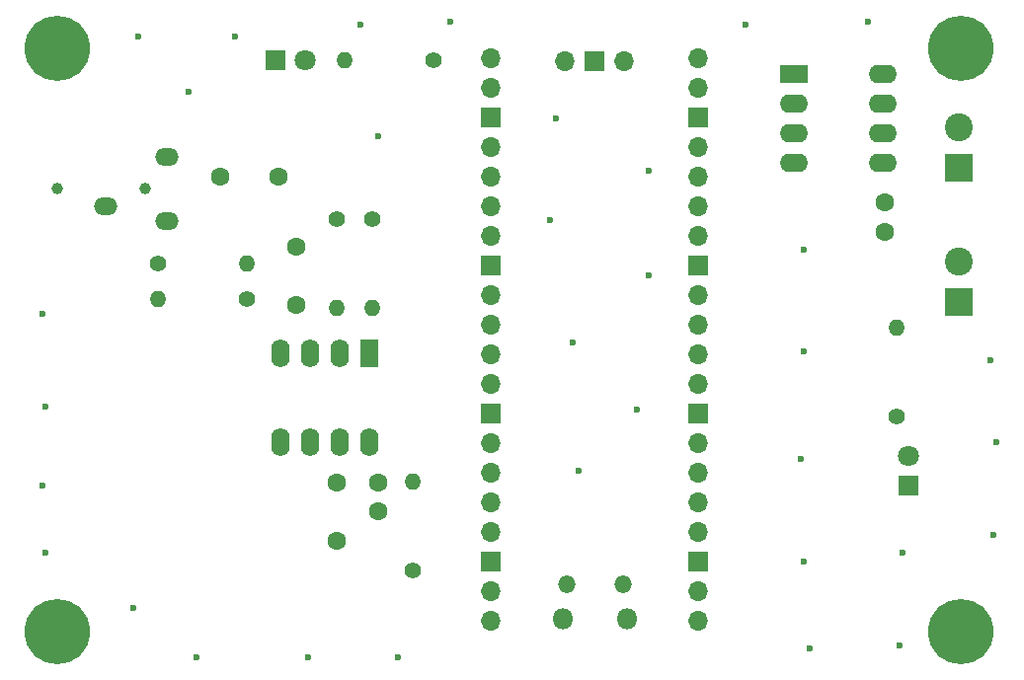
<source format=gbs>
G04 #@! TF.GenerationSoftware,KiCad,Pcbnew,8.0.0*
G04 #@! TF.CreationDate,2024-03-17T16:54:30+01:00*
G04 #@! TF.ProjectId,soundgun,736f756e-6467-4756-9e2e-6b696361645f,rev?*
G04 #@! TF.SameCoordinates,Original*
G04 #@! TF.FileFunction,Soldermask,Bot*
G04 #@! TF.FilePolarity,Negative*
%FSLAX46Y46*%
G04 Gerber Fmt 4.6, Leading zero omitted, Abs format (unit mm)*
G04 Created by KiCad (PCBNEW 8.0.0) date 2024-03-17 16:54:30*
%MOMM*%
%LPD*%
G01*
G04 APERTURE LIST*
%ADD10R,1.600000X2.400000*%
%ADD11O,1.600000X2.400000*%
%ADD12C,1.400000*%
%ADD13O,1.400000X1.400000*%
%ADD14R,1.800000X1.800000*%
%ADD15C,1.800000*%
%ADD16C,1.600000*%
%ADD17C,5.600000*%
%ADD18R,2.400000X2.400000*%
%ADD19C,2.400000*%
%ADD20C,0.990600*%
%ADD21O,2.006600X1.498600*%
%ADD22O,1.800000X1.800000*%
%ADD23O,1.500000X1.500000*%
%ADD24O,1.700000X1.700000*%
%ADD25R,1.700000X1.700000*%
%ADD26R,2.400000X1.600000*%
%ADD27O,2.400000X1.600000*%
%ADD28C,0.600000*%
G04 APERTURE END LIST*
D10*
X111800000Y-91175000D03*
D11*
X109260000Y-91175000D03*
X106720000Y-91175000D03*
X104180000Y-91175000D03*
X104180000Y-98795000D03*
X106720000Y-98795000D03*
X109260000Y-98795000D03*
X111800000Y-98795000D03*
D12*
X117310000Y-66000000D03*
D13*
X109690000Y-66000000D03*
D14*
X103725000Y-66000000D03*
D15*
X106265000Y-66000000D03*
D16*
X99000000Y-75999876D03*
X104000000Y-75999876D03*
D14*
X158000000Y-102540000D03*
D15*
X158000000Y-100000000D03*
D16*
X109000000Y-107250000D03*
X109000000Y-102250000D03*
X105500000Y-82000000D03*
X105500000Y-87000000D03*
D17*
X85000000Y-65000000D03*
D12*
X157000000Y-96575000D03*
D13*
X157000000Y-88955000D03*
D18*
X162300000Y-75250000D03*
D19*
X162300000Y-71750000D03*
D16*
X112500000Y-104750000D03*
X112500000Y-102250000D03*
D20*
X85059508Y-77040432D03*
X92559508Y-77040432D03*
D21*
X89159508Y-78540556D03*
X94459510Y-74290374D03*
X94459510Y-79790373D03*
D12*
X101310000Y-86500000D03*
D13*
X93690000Y-86500000D03*
D16*
X156000000Y-80750000D03*
X156000000Y-78250000D03*
D12*
X109000000Y-79690000D03*
D13*
X109000000Y-87310000D03*
D22*
X133835000Y-113970000D03*
D23*
X133535000Y-110940000D03*
X128685000Y-110940000D03*
D22*
X128385000Y-113970000D03*
D24*
X140000000Y-114100000D03*
X140000000Y-111560000D03*
D25*
X140000000Y-109020000D03*
D24*
X140000000Y-106480000D03*
X140000000Y-103940000D03*
X140000000Y-101400000D03*
X140000000Y-98860000D03*
D25*
X140000000Y-96320000D03*
D24*
X140000000Y-93780000D03*
X140000000Y-91240000D03*
X140000000Y-88700000D03*
X140000000Y-86160000D03*
D25*
X140000000Y-83620000D03*
D24*
X140000000Y-81080000D03*
X140000000Y-78540000D03*
X140000000Y-76000000D03*
X140000000Y-73460000D03*
D25*
X140000000Y-70920000D03*
D24*
X140000000Y-68380000D03*
X140000000Y-65840000D03*
X122220000Y-65840000D03*
X122220000Y-68380000D03*
D25*
X122220000Y-70920000D03*
D24*
X122220000Y-73460000D03*
X122220000Y-76000000D03*
X122220000Y-78540000D03*
X122220000Y-81080000D03*
D25*
X122220000Y-83620000D03*
D24*
X122220000Y-86160000D03*
X122220000Y-88700000D03*
X122220000Y-91240000D03*
X122220000Y-93780000D03*
D25*
X122220000Y-96320000D03*
D24*
X122220000Y-98860000D03*
X122220000Y-101400000D03*
X122220000Y-103940000D03*
X122220000Y-106480000D03*
D25*
X122220000Y-109020000D03*
D24*
X122220000Y-111560000D03*
X122220000Y-114100000D03*
X133650000Y-66070000D03*
D25*
X131110000Y-66070000D03*
D24*
X128570000Y-66070000D03*
D17*
X162500000Y-115000000D03*
D12*
X93690000Y-83500000D03*
D13*
X101310000Y-83500000D03*
D12*
X115500000Y-109810000D03*
D13*
X115500000Y-102190000D03*
D17*
X162500000Y-65000000D03*
D12*
X112000000Y-79690000D03*
D13*
X112000000Y-87310000D03*
D26*
X148175000Y-67200000D03*
D27*
X148175000Y-69740000D03*
X148175000Y-72280000D03*
X148175000Y-74820000D03*
X155795000Y-74820000D03*
X155795000Y-72280000D03*
X155795000Y-69740000D03*
X155795000Y-67200000D03*
D17*
X85000000Y-115000000D03*
D18*
X162300000Y-86750000D03*
D19*
X162300000Y-83250000D03*
D28*
X144000000Y-63000000D03*
X84000000Y-95750000D03*
X127250000Y-79750000D03*
X92000000Y-64000000D03*
X84000000Y-108250000D03*
X134750000Y-96000000D03*
X114250000Y-117250000D03*
X165500000Y-98750000D03*
X112500000Y-72500000D03*
X100250000Y-64000000D03*
X111000000Y-63000000D03*
X149000000Y-82250000D03*
X97000000Y-117250000D03*
X129250000Y-90250000D03*
X127750000Y-71000000D03*
X149000000Y-109000000D03*
X83750000Y-102500000D03*
X118750000Y-62750000D03*
X83750000Y-87750000D03*
X96250000Y-68750000D03*
X154500000Y-62750000D03*
X165000000Y-91750000D03*
X91500000Y-113000000D03*
X149000000Y-91000000D03*
X129750000Y-101250000D03*
X106500000Y-117250000D03*
X135750000Y-75500000D03*
X157250000Y-116250000D03*
X165250000Y-106750000D03*
X149500000Y-116500000D03*
X157500000Y-108250000D03*
X148750000Y-100250000D03*
X135750000Y-84500000D03*
M02*

</source>
